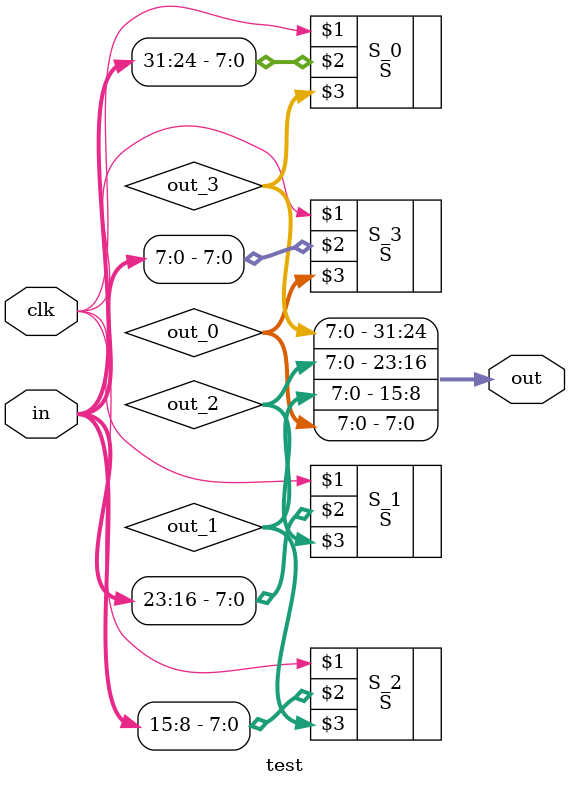
<source format=v>
`include "table.v"

module test(clk, in, out);

input  wire        clk;
input  wire [31:0] in;
output reg  [31:0] out;

wire [7:0] out_0;
wire [7:0] out_1;
wire [7:0] out_2;
wire [7:0] out_3;

S
	S_0 (clk, in[31:24], out_3),
	S_1 (clk, in[23:16], out_2),
	S_2 (clk, in[15:8],  out_1),
	S_3 (clk, in[7:0],   out_0 );

assign out = {out_3, out_2, out_1, out_0};

endmodule

</source>
